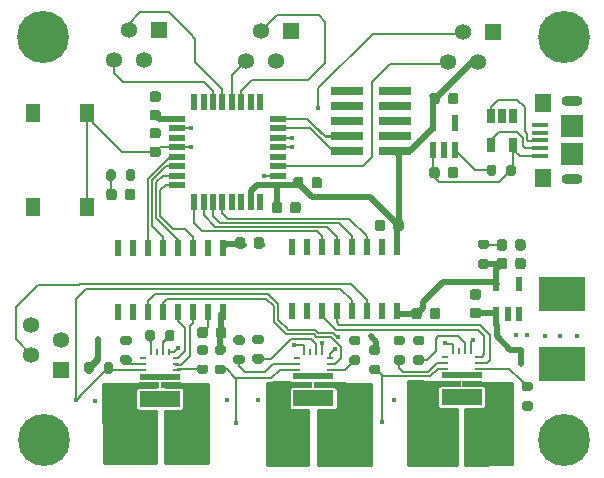
<source format=gtl>
G04 #@! TF.GenerationSoftware,KiCad,Pcbnew,5.99.0+really5.1.10+dfsg1-1*
G04 #@! TF.CreationDate,2021-12-28T19:21:21+02:00*
G04 #@! TF.ProjectId,components_main_board,636f6d70-6f6e-4656-9e74-735f6d61696e,V0.1*
G04 #@! TF.SameCoordinates,Original*
G04 #@! TF.FileFunction,Copper,L1,Top*
G04 #@! TF.FilePolarity,Positive*
%FSLAX46Y46*%
G04 Gerber Fmt 4.6, Leading zero omitted, Abs format (unit mm)*
G04 Created by KiCad (PCBNEW 5.99.0+really5.1.10+dfsg1-1) date 2021-12-28 19:21:21*
%MOMM*%
%LPD*%
G01*
G04 APERTURE LIST*
G04 #@! TA.AperFunction,ComponentPad*
%ADD10O,1.800000X0.900000*%
G04 #@! TD*
G04 #@! TA.AperFunction,SMDPad,CuDef*
%ADD11R,1.900000X1.900000*%
G04 #@! TD*
G04 #@! TA.AperFunction,SMDPad,CuDef*
%ADD12R,1.400000X1.600000*%
G04 #@! TD*
G04 #@! TA.AperFunction,SMDPad,CuDef*
%ADD13R,1.350000X0.400000*%
G04 #@! TD*
G04 #@! TA.AperFunction,SMDPad,CuDef*
%ADD14R,0.533400X1.461700*%
G04 #@! TD*
G04 #@! TA.AperFunction,SMDPad,CuDef*
%ADD15R,1.358900X0.500800*%
G04 #@! TD*
G04 #@! TA.AperFunction,SMDPad,CuDef*
%ADD16R,0.500800X1.358900*%
G04 #@! TD*
G04 #@! TA.AperFunction,ComponentPad*
%ADD17C,4.400000*%
G04 #@! TD*
G04 #@! TA.AperFunction,SMDPad,CuDef*
%ADD18R,0.700001X1.150000*%
G04 #@! TD*
G04 #@! TA.AperFunction,SMDPad,CuDef*
%ADD19R,2.790000X0.740000*%
G04 #@! TD*
G04 #@! TA.AperFunction,ComponentPad*
%ADD20C,1.358000*%
G04 #@! TD*
G04 #@! TA.AperFunction,ComponentPad*
%ADD21R,1.358000X1.358000*%
G04 #@! TD*
G04 #@! TA.AperFunction,SMDPad,CuDef*
%ADD22R,3.000000X4.000000*%
G04 #@! TD*
G04 #@! TA.AperFunction,SMDPad,CuDef*
%ADD23R,4.000000X3.000000*%
G04 #@! TD*
G04 #@! TA.AperFunction,SMDPad,CuDef*
%ADD24R,0.580000X1.420000*%
G04 #@! TD*
G04 #@! TA.AperFunction,SMDPad,CuDef*
%ADD25R,0.600000X1.250000*%
G04 #@! TD*
G04 #@! TA.AperFunction,SMDPad,CuDef*
%ADD26R,1.300000X1.550000*%
G04 #@! TD*
G04 #@! TA.AperFunction,SMDPad,CuDef*
%ADD27R,0.599999X0.249999*%
G04 #@! TD*
G04 #@! TA.AperFunction,SMDPad,CuDef*
%ADD28R,3.500001X0.499999*%
G04 #@! TD*
G04 #@! TA.AperFunction,SMDPad,CuDef*
%ADD29R,1.675000X0.499999*%
G04 #@! TD*
G04 #@! TA.AperFunction,SMDPad,CuDef*
%ADD30R,3.500001X1.400000*%
G04 #@! TD*
G04 #@! TA.AperFunction,SMDPad,CuDef*
%ADD31R,0.249999X0.599999*%
G04 #@! TD*
G04 #@! TA.AperFunction,ViaPad*
%ADD32C,0.450000*%
G04 #@! TD*
G04 #@! TA.AperFunction,Conductor*
%ADD33C,0.500000*%
G04 #@! TD*
G04 #@! TA.AperFunction,Conductor*
%ADD34C,0.200000*%
G04 #@! TD*
G04 #@! TA.AperFunction,Conductor*
%ADD35C,0.254000*%
G04 #@! TD*
G04 #@! TA.AperFunction,Conductor*
%ADD36C,0.100000*%
G04 #@! TD*
G04 APERTURE END LIST*
G04 #@! TA.AperFunction,SMDPad,CuDef*
G36*
G01*
X213625000Y-107150000D02*
X213625000Y-106650000D01*
G75*
G02*
X213850000Y-106425000I225000J0D01*
G01*
X214300000Y-106425000D01*
G75*
G02*
X214525000Y-106650000I0J-225000D01*
G01*
X214525000Y-107150000D01*
G75*
G02*
X214300000Y-107375000I-225000J0D01*
G01*
X213850000Y-107375000D01*
G75*
G02*
X213625000Y-107150000I0J225000D01*
G01*
G37*
G04 #@! TD.AperFunction*
G04 #@! TA.AperFunction,SMDPad,CuDef*
G36*
G01*
X212075000Y-107150000D02*
X212075000Y-106650000D01*
G75*
G02*
X212300000Y-106425000I225000J0D01*
G01*
X212750000Y-106425000D01*
G75*
G02*
X212975000Y-106650000I0J-225000D01*
G01*
X212975000Y-107150000D01*
G75*
G02*
X212750000Y-107375000I-225000J0D01*
G01*
X212300000Y-107375000D01*
G75*
G02*
X212075000Y-107150000I0J225000D01*
G01*
G37*
G04 #@! TD.AperFunction*
D10*
X237501200Y-97909000D03*
X237501200Y-104509000D03*
D11*
X237501200Y-100009000D03*
X237501200Y-102409000D03*
D12*
X235051200Y-98009000D03*
X235051200Y-104409000D03*
D13*
X234826200Y-99909000D03*
X234826200Y-100559000D03*
X234826200Y-101209000D03*
X234826200Y-101859000D03*
X234826200Y-102509000D03*
D14*
X207935600Y-110289048D03*
X206665600Y-110289048D03*
X205395600Y-110289048D03*
X204125600Y-110289048D03*
X202855600Y-110289048D03*
X201585600Y-110289048D03*
X200315600Y-110289048D03*
X199045600Y-110289048D03*
X199045600Y-115738552D03*
X200315600Y-115738552D03*
X201585600Y-115738552D03*
X202855600Y-115738552D03*
X204125600Y-115738552D03*
X205395600Y-115738552D03*
X206665600Y-115738552D03*
X207935600Y-115738552D03*
D15*
X204026450Y-99400001D03*
X204026450Y-100199999D03*
X204026450Y-101000000D03*
X204026450Y-101800001D03*
X204026450Y-102599999D03*
X204026450Y-103400000D03*
X204026450Y-104199999D03*
X204026450Y-104999999D03*
D16*
X205500001Y-106473550D03*
X206299999Y-106473550D03*
X207100000Y-106473550D03*
X207900001Y-106473550D03*
X208699999Y-106473550D03*
X209500000Y-106473550D03*
X210299999Y-106473550D03*
X211099999Y-106473550D03*
D15*
X212573550Y-104999999D03*
X212573550Y-104200001D03*
X212573550Y-103400000D03*
X212573550Y-102599999D03*
X212573550Y-101800001D03*
X212573550Y-101000000D03*
X212573550Y-100200001D03*
X212573550Y-99400001D03*
D16*
X211099999Y-97926450D03*
X210300001Y-97926450D03*
X209500000Y-97926450D03*
X208699999Y-97926450D03*
X207900001Y-97926450D03*
X207100000Y-97926450D03*
X206300001Y-97926450D03*
X205500001Y-97926450D03*
D17*
X192800000Y-126600000D03*
X236800000Y-126600000D03*
X236800000Y-92500000D03*
X192700000Y-92500000D03*
D18*
X232533001Y-99165001D03*
X231583001Y-99165001D03*
X230633002Y-99165001D03*
X230633002Y-101615001D03*
X232533001Y-101615001D03*
D19*
X218465000Y-100870000D03*
X222535000Y-100870000D03*
X218465000Y-102140000D03*
X222535000Y-102140000D03*
X218465000Y-97060000D03*
X222535000Y-97060000D03*
X218465000Y-98330000D03*
X222535000Y-98330000D03*
X218465000Y-99600000D03*
X222535000Y-99600000D03*
D20*
X191705000Y-116823800D03*
X194245000Y-118093800D03*
X191705000Y-119363800D03*
D21*
X194245000Y-120633800D03*
X202500000Y-91900000D03*
D20*
X201230000Y-94440000D03*
X199960000Y-91900000D03*
X198690000Y-94440000D03*
X209890000Y-94526000D03*
X211160000Y-91986000D03*
X212430000Y-94526000D03*
D21*
X213700000Y-91986000D03*
D20*
X226990000Y-94540000D03*
X228260000Y-92000000D03*
X229530000Y-94540000D03*
D21*
X230800000Y-92000000D03*
D22*
X219035400Y-126729800D03*
X213065400Y-126729800D03*
X205246000Y-126594800D03*
X199276000Y-126594800D03*
X230973400Y-126704400D03*
X225003400Y-126704400D03*
D23*
X236620200Y-120179400D03*
X236620200Y-114209400D03*
D24*
X225705400Y-99778400D03*
X227605400Y-99778400D03*
X227605400Y-102068400D03*
X226655400Y-102068400D03*
X225705400Y-102068400D03*
G04 #@! TA.AperFunction,SMDPad,CuDef*
G36*
G01*
X198932200Y-105545550D02*
X198932200Y-106058050D01*
G75*
G02*
X198713450Y-106276800I-218750J0D01*
G01*
X198275950Y-106276800D01*
G75*
G02*
X198057200Y-106058050I0J218750D01*
G01*
X198057200Y-105545550D01*
G75*
G02*
X198275950Y-105326800I218750J0D01*
G01*
X198713450Y-105326800D01*
G75*
G02*
X198932200Y-105545550I0J-218750D01*
G01*
G37*
G04 #@! TD.AperFunction*
G04 #@! TA.AperFunction,SMDPad,CuDef*
G36*
G01*
X200507200Y-105545550D02*
X200507200Y-106058050D01*
G75*
G02*
X200288450Y-106276800I-218750J0D01*
G01*
X199850950Y-106276800D01*
G75*
G02*
X199632200Y-106058050I0J218750D01*
G01*
X199632200Y-105545550D01*
G75*
G02*
X199850950Y-105326800I218750J0D01*
G01*
X200288450Y-105326800D01*
G75*
G02*
X200507200Y-105545550I0J-218750D01*
G01*
G37*
G04 #@! TD.AperFunction*
G04 #@! TA.AperFunction,SMDPad,CuDef*
G36*
G01*
X231995000Y-109811150D02*
X231995000Y-110323650D01*
G75*
G02*
X231776250Y-110542400I-218750J0D01*
G01*
X231338750Y-110542400D01*
G75*
G02*
X231120000Y-110323650I0J218750D01*
G01*
X231120000Y-109811150D01*
G75*
G02*
X231338750Y-109592400I218750J0D01*
G01*
X231776250Y-109592400D01*
G75*
G02*
X231995000Y-109811150I0J-218750D01*
G01*
G37*
G04 #@! TD.AperFunction*
G04 #@! TA.AperFunction,SMDPad,CuDef*
G36*
G01*
X233570000Y-109811150D02*
X233570000Y-110323650D01*
G75*
G02*
X233351250Y-110542400I-218750J0D01*
G01*
X232913750Y-110542400D01*
G75*
G02*
X232695000Y-110323650I0J218750D01*
G01*
X232695000Y-109811150D01*
G75*
G02*
X232913750Y-109592400I218750J0D01*
G01*
X233351250Y-109592400D01*
G75*
G02*
X233570000Y-109811150I0J-218750D01*
G01*
G37*
G04 #@! TD.AperFunction*
G04 #@! TA.AperFunction,SMDPad,CuDef*
G36*
G01*
X233441600Y-123307200D02*
X233991600Y-123307200D01*
G75*
G02*
X234191600Y-123507200I0J-200000D01*
G01*
X234191600Y-123907200D01*
G75*
G02*
X233991600Y-124107200I-200000J0D01*
G01*
X233441600Y-124107200D01*
G75*
G02*
X233241600Y-123907200I0J200000D01*
G01*
X233241600Y-123507200D01*
G75*
G02*
X233441600Y-123307200I200000J0D01*
G01*
G37*
G04 #@! TD.AperFunction*
G04 #@! TA.AperFunction,SMDPad,CuDef*
G36*
G01*
X233441600Y-121657200D02*
X233991600Y-121657200D01*
G75*
G02*
X234191600Y-121857200I0J-200000D01*
G01*
X234191600Y-122257200D01*
G75*
G02*
X233991600Y-122457200I-200000J0D01*
G01*
X233441600Y-122457200D01*
G75*
G02*
X233241600Y-122257200I0J200000D01*
G01*
X233241600Y-121857200D01*
G75*
G02*
X233441600Y-121657200I200000J0D01*
G01*
G37*
G04 #@! TD.AperFunction*
G04 #@! TA.AperFunction,SMDPad,CuDef*
G36*
G01*
X229733200Y-111266600D02*
X230283200Y-111266600D01*
G75*
G02*
X230483200Y-111466600I0J-200000D01*
G01*
X230483200Y-111866600D01*
G75*
G02*
X230283200Y-112066600I-200000J0D01*
G01*
X229733200Y-112066600D01*
G75*
G02*
X229533200Y-111866600I0J200000D01*
G01*
X229533200Y-111466600D01*
G75*
G02*
X229733200Y-111266600I200000J0D01*
G01*
G37*
G04 #@! TD.AperFunction*
G04 #@! TA.AperFunction,SMDPad,CuDef*
G36*
G01*
X229733200Y-109616600D02*
X230283200Y-109616600D01*
G75*
G02*
X230483200Y-109816600I0J-200000D01*
G01*
X230483200Y-110216600D01*
G75*
G02*
X230283200Y-110416600I-200000J0D01*
G01*
X229733200Y-110416600D01*
G75*
G02*
X229533200Y-110216600I0J200000D01*
G01*
X229533200Y-109816600D01*
G75*
G02*
X229733200Y-109616600I200000J0D01*
G01*
G37*
G04 #@! TD.AperFunction*
G04 #@! TA.AperFunction,SMDPad,CuDef*
G36*
G01*
X198857200Y-103875800D02*
X198857200Y-104425800D01*
G75*
G02*
X198657200Y-104625800I-200000J0D01*
G01*
X198257200Y-104625800D01*
G75*
G02*
X198057200Y-104425800I0J200000D01*
G01*
X198057200Y-103875800D01*
G75*
G02*
X198257200Y-103675800I200000J0D01*
G01*
X198657200Y-103675800D01*
G75*
G02*
X198857200Y-103875800I0J-200000D01*
G01*
G37*
G04 #@! TD.AperFunction*
G04 #@! TA.AperFunction,SMDPad,CuDef*
G36*
G01*
X200507200Y-103875800D02*
X200507200Y-104425800D01*
G75*
G02*
X200307200Y-104625800I-200000J0D01*
G01*
X199907200Y-104625800D01*
G75*
G02*
X199707200Y-104425800I0J200000D01*
G01*
X199707200Y-103875800D01*
G75*
G02*
X199907200Y-103675800I200000J0D01*
G01*
X200307200Y-103675800D01*
G75*
G02*
X200507200Y-103875800I0J-200000D01*
G01*
G37*
G04 #@! TD.AperFunction*
G04 #@! TA.AperFunction,SMDPad,CuDef*
G36*
G01*
X219386600Y-118571000D02*
X218836600Y-118571000D01*
G75*
G02*
X218636600Y-118371000I0J200000D01*
G01*
X218636600Y-117971000D01*
G75*
G02*
X218836600Y-117771000I200000J0D01*
G01*
X219386600Y-117771000D01*
G75*
G02*
X219586600Y-117971000I0J-200000D01*
G01*
X219586600Y-118371000D01*
G75*
G02*
X219386600Y-118571000I-200000J0D01*
G01*
G37*
G04 #@! TD.AperFunction*
G04 #@! TA.AperFunction,SMDPad,CuDef*
G36*
G01*
X219386600Y-120221000D02*
X218836600Y-120221000D01*
G75*
G02*
X218636600Y-120021000I0J200000D01*
G01*
X218636600Y-119621000D01*
G75*
G02*
X218836600Y-119421000I200000J0D01*
G01*
X219386600Y-119421000D01*
G75*
G02*
X219586600Y-119621000I0J-200000D01*
G01*
X219586600Y-120021000D01*
G75*
G02*
X219386600Y-120221000I-200000J0D01*
G01*
G37*
G04 #@! TD.AperFunction*
G04 #@! TA.AperFunction,SMDPad,CuDef*
G36*
G01*
X203026600Y-118013200D02*
X203026600Y-117463200D01*
G75*
G02*
X203226600Y-117263200I200000J0D01*
G01*
X203626600Y-117263200D01*
G75*
G02*
X203826600Y-117463200I0J-200000D01*
G01*
X203826600Y-118013200D01*
G75*
G02*
X203626600Y-118213200I-200000J0D01*
G01*
X203226600Y-118213200D01*
G75*
G02*
X203026600Y-118013200I0J200000D01*
G01*
G37*
G04 #@! TD.AperFunction*
G04 #@! TA.AperFunction,SMDPad,CuDef*
G36*
G01*
X201376600Y-118013200D02*
X201376600Y-117463200D01*
G75*
G02*
X201576600Y-117263200I200000J0D01*
G01*
X201976600Y-117263200D01*
G75*
G02*
X202176600Y-117463200I0J-200000D01*
G01*
X202176600Y-118013200D01*
G75*
G02*
X201976600Y-118213200I-200000J0D01*
G01*
X201576600Y-118213200D01*
G75*
G02*
X201376600Y-118013200I0J200000D01*
G01*
G37*
G04 #@! TD.AperFunction*
G04 #@! TA.AperFunction,SMDPad,CuDef*
G36*
G01*
X222595800Y-119394600D02*
X223145800Y-119394600D01*
G75*
G02*
X223345800Y-119594600I0J-200000D01*
G01*
X223345800Y-119994600D01*
G75*
G02*
X223145800Y-120194600I-200000J0D01*
G01*
X222595800Y-120194600D01*
G75*
G02*
X222395800Y-119994600I0J200000D01*
G01*
X222395800Y-119594600D01*
G75*
G02*
X222595800Y-119394600I200000J0D01*
G01*
G37*
G04 #@! TD.AperFunction*
G04 #@! TA.AperFunction,SMDPad,CuDef*
G36*
G01*
X222595800Y-117744600D02*
X223145800Y-117744600D01*
G75*
G02*
X223345800Y-117944600I0J-200000D01*
G01*
X223345800Y-118344600D01*
G75*
G02*
X223145800Y-118544600I-200000J0D01*
G01*
X222595800Y-118544600D01*
G75*
G02*
X222395800Y-118344600I0J200000D01*
G01*
X222395800Y-117944600D01*
G75*
G02*
X222595800Y-117744600I200000J0D01*
G01*
G37*
G04 #@! TD.AperFunction*
G04 #@! TA.AperFunction,SMDPad,CuDef*
G36*
G01*
X209032200Y-119370200D02*
X209582200Y-119370200D01*
G75*
G02*
X209782200Y-119570200I0J-200000D01*
G01*
X209782200Y-119970200D01*
G75*
G02*
X209582200Y-120170200I-200000J0D01*
G01*
X209032200Y-120170200D01*
G75*
G02*
X208832200Y-119970200I0J200000D01*
G01*
X208832200Y-119570200D01*
G75*
G02*
X209032200Y-119370200I200000J0D01*
G01*
G37*
G04 #@! TD.AperFunction*
G04 #@! TA.AperFunction,SMDPad,CuDef*
G36*
G01*
X209032200Y-117720200D02*
X209582200Y-117720200D01*
G75*
G02*
X209782200Y-117920200I0J-200000D01*
G01*
X209782200Y-118320200D01*
G75*
G02*
X209582200Y-118520200I-200000J0D01*
G01*
X209032200Y-118520200D01*
G75*
G02*
X208832200Y-118320200I0J200000D01*
G01*
X208832200Y-117920200D01*
G75*
G02*
X209032200Y-117720200I200000J0D01*
G01*
G37*
G04 #@! TD.AperFunction*
G04 #@! TA.AperFunction,SMDPad,CuDef*
G36*
G01*
X206475000Y-119350000D02*
X205925000Y-119350000D01*
G75*
G02*
X205725000Y-119150000I0J200000D01*
G01*
X205725000Y-118750000D01*
G75*
G02*
X205925000Y-118550000I200000J0D01*
G01*
X206475000Y-118550000D01*
G75*
G02*
X206675000Y-118750000I0J-200000D01*
G01*
X206675000Y-119150000D01*
G75*
G02*
X206475000Y-119350000I-200000J0D01*
G01*
G37*
G04 #@! TD.AperFunction*
G04 #@! TA.AperFunction,SMDPad,CuDef*
G36*
G01*
X206475000Y-121000000D02*
X205925000Y-121000000D01*
G75*
G02*
X205725000Y-120800000I0J200000D01*
G01*
X205725000Y-120400000D01*
G75*
G02*
X205925000Y-120200000I200000J0D01*
G01*
X206475000Y-120200000D01*
G75*
G02*
X206675000Y-120400000I0J-200000D01*
G01*
X206675000Y-120800000D01*
G75*
G02*
X206475000Y-121000000I-200000J0D01*
G01*
G37*
G04 #@! TD.AperFunction*
G04 #@! TA.AperFunction,SMDPad,CuDef*
G36*
G01*
X224246800Y-119394600D02*
X224796800Y-119394600D01*
G75*
G02*
X224996800Y-119594600I0J-200000D01*
G01*
X224996800Y-119994600D01*
G75*
G02*
X224796800Y-120194600I-200000J0D01*
G01*
X224246800Y-120194600D01*
G75*
G02*
X224046800Y-119994600I0J200000D01*
G01*
X224046800Y-119594600D01*
G75*
G02*
X224246800Y-119394600I200000J0D01*
G01*
G37*
G04 #@! TD.AperFunction*
G04 #@! TA.AperFunction,SMDPad,CuDef*
G36*
G01*
X224246800Y-117744600D02*
X224796800Y-117744600D01*
G75*
G02*
X224996800Y-117944600I0J-200000D01*
G01*
X224996800Y-118344600D01*
G75*
G02*
X224796800Y-118544600I-200000J0D01*
G01*
X224246800Y-118544600D01*
G75*
G02*
X224046800Y-118344600I0J200000D01*
G01*
X224046800Y-117944600D01*
G75*
G02*
X224246800Y-117744600I200000J0D01*
G01*
G37*
G04 #@! TD.AperFunction*
G04 #@! TA.AperFunction,SMDPad,CuDef*
G36*
G01*
X210632400Y-119319400D02*
X211182400Y-119319400D01*
G75*
G02*
X211382400Y-119519400I0J-200000D01*
G01*
X211382400Y-119919400D01*
G75*
G02*
X211182400Y-120119400I-200000J0D01*
G01*
X210632400Y-120119400D01*
G75*
G02*
X210432400Y-119919400I0J200000D01*
G01*
X210432400Y-119519400D01*
G75*
G02*
X210632400Y-119319400I200000J0D01*
G01*
G37*
G04 #@! TD.AperFunction*
G04 #@! TA.AperFunction,SMDPad,CuDef*
G36*
G01*
X210632400Y-117669400D02*
X211182400Y-117669400D01*
G75*
G02*
X211382400Y-117869400I0J-200000D01*
G01*
X211382400Y-118269400D01*
G75*
G02*
X211182400Y-118469400I-200000J0D01*
G01*
X210632400Y-118469400D01*
G75*
G02*
X210432400Y-118269400I0J200000D01*
G01*
X210432400Y-117869400D01*
G75*
G02*
X210632400Y-117669400I200000J0D01*
G01*
G37*
G04 #@! TD.AperFunction*
G04 #@! TA.AperFunction,SMDPad,CuDef*
G36*
G01*
X199456400Y-119407800D02*
X200006400Y-119407800D01*
G75*
G02*
X200206400Y-119607800I0J-200000D01*
G01*
X200206400Y-120007800D01*
G75*
G02*
X200006400Y-120207800I-200000J0D01*
G01*
X199456400Y-120207800D01*
G75*
G02*
X199256400Y-120007800I0J200000D01*
G01*
X199256400Y-119607800D01*
G75*
G02*
X199456400Y-119407800I200000J0D01*
G01*
G37*
G04 #@! TD.AperFunction*
G04 #@! TA.AperFunction,SMDPad,CuDef*
G36*
G01*
X199456400Y-117757800D02*
X200006400Y-117757800D01*
G75*
G02*
X200206400Y-117957800I0J-200000D01*
G01*
X200206400Y-118357800D01*
G75*
G02*
X200006400Y-118557800I-200000J0D01*
G01*
X199456400Y-118557800D01*
G75*
G02*
X199256400Y-118357800I0J200000D01*
G01*
X199256400Y-117957800D01*
G75*
G02*
X199456400Y-117757800I200000J0D01*
G01*
G37*
G04 #@! TD.AperFunction*
G04 #@! TA.AperFunction,SMDPad,CuDef*
G36*
G01*
X207432000Y-120200000D02*
X207982000Y-120200000D01*
G75*
G02*
X208182000Y-120400000I0J-200000D01*
G01*
X208182000Y-120800000D01*
G75*
G02*
X207982000Y-121000000I-200000J0D01*
G01*
X207432000Y-121000000D01*
G75*
G02*
X207232000Y-120800000I0J200000D01*
G01*
X207232000Y-120400000D01*
G75*
G02*
X207432000Y-120200000I200000J0D01*
G01*
G37*
G04 #@! TD.AperFunction*
G04 #@! TA.AperFunction,SMDPad,CuDef*
G36*
G01*
X207432000Y-118550000D02*
X207982000Y-118550000D01*
G75*
G02*
X208182000Y-118750000I0J-200000D01*
G01*
X208182000Y-119150000D01*
G75*
G02*
X207982000Y-119350000I-200000J0D01*
G01*
X207432000Y-119350000D01*
G75*
G02*
X207232000Y-119150000I0J200000D01*
G01*
X207232000Y-118750000D01*
G75*
G02*
X207432000Y-118550000I200000J0D01*
G01*
G37*
G04 #@! TD.AperFunction*
G04 #@! TA.AperFunction,SMDPad,CuDef*
G36*
G01*
X220513000Y-120220600D02*
X221063000Y-120220600D01*
G75*
G02*
X221263000Y-120420600I0J-200000D01*
G01*
X221263000Y-120820600D01*
G75*
G02*
X221063000Y-121020600I-200000J0D01*
G01*
X220513000Y-121020600D01*
G75*
G02*
X220313000Y-120820600I0J200000D01*
G01*
X220313000Y-120420600D01*
G75*
G02*
X220513000Y-120220600I200000J0D01*
G01*
G37*
G04 #@! TD.AperFunction*
G04 #@! TA.AperFunction,SMDPad,CuDef*
G36*
G01*
X220513000Y-118570600D02*
X221063000Y-118570600D01*
G75*
G02*
X221263000Y-118770600I0J-200000D01*
G01*
X221263000Y-119170600D01*
G75*
G02*
X221063000Y-119370600I-200000J0D01*
G01*
X220513000Y-119370600D01*
G75*
G02*
X220313000Y-119170600I0J200000D01*
G01*
X220313000Y-118770600D01*
G75*
G02*
X220513000Y-118570600I200000J0D01*
G01*
G37*
G04 #@! TD.AperFunction*
G04 #@! TA.AperFunction,SMDPad,CuDef*
G36*
G01*
X196995000Y-120206400D02*
X196995000Y-120756400D01*
G75*
G02*
X196795000Y-120956400I-200000J0D01*
G01*
X196395000Y-120956400D01*
G75*
G02*
X196195000Y-120756400I0J200000D01*
G01*
X196195000Y-120206400D01*
G75*
G02*
X196395000Y-120006400I200000J0D01*
G01*
X196795000Y-120006400D01*
G75*
G02*
X196995000Y-120206400I0J-200000D01*
G01*
G37*
G04 #@! TD.AperFunction*
G04 #@! TA.AperFunction,SMDPad,CuDef*
G36*
G01*
X198645000Y-120206400D02*
X198645000Y-120756400D01*
G75*
G02*
X198445000Y-120956400I-200000J0D01*
G01*
X198045000Y-120956400D01*
G75*
G02*
X197845000Y-120756400I0J200000D01*
G01*
X197845000Y-120206400D01*
G75*
G02*
X198045000Y-120006400I200000J0D01*
G01*
X198445000Y-120006400D01*
G75*
G02*
X198645000Y-120206400I0J-200000D01*
G01*
G37*
G04 #@! TD.AperFunction*
G04 #@! TA.AperFunction,SMDPad,CuDef*
G36*
G01*
X231931800Y-104017800D02*
X231931800Y-103467800D01*
G75*
G02*
X232131800Y-103267800I200000J0D01*
G01*
X232531800Y-103267800D01*
G75*
G02*
X232731800Y-103467800I0J-200000D01*
G01*
X232731800Y-104017800D01*
G75*
G02*
X232531800Y-104217800I-200000J0D01*
G01*
X232131800Y-104217800D01*
G75*
G02*
X231931800Y-104017800I0J200000D01*
G01*
G37*
G04 #@! TD.AperFunction*
G04 #@! TA.AperFunction,SMDPad,CuDef*
G36*
G01*
X230281800Y-104017800D02*
X230281800Y-103467800D01*
G75*
G02*
X230481800Y-103267800I200000J0D01*
G01*
X230881800Y-103267800D01*
G75*
G02*
X231081800Y-103467800I0J-200000D01*
G01*
X231081800Y-104017800D01*
G75*
G02*
X230881800Y-104217800I-200000J0D01*
G01*
X230481800Y-104217800D01*
G75*
G02*
X230281800Y-104017800I0J200000D01*
G01*
G37*
G04 #@! TD.AperFunction*
G04 #@! TA.AperFunction,SMDPad,CuDef*
G36*
G01*
X229578650Y-114695800D02*
X229066150Y-114695800D01*
G75*
G02*
X228847400Y-114477050I0J218750D01*
G01*
X228847400Y-114039550D01*
G75*
G02*
X229066150Y-113820800I218750J0D01*
G01*
X229578650Y-113820800D01*
G75*
G02*
X229797400Y-114039550I0J-218750D01*
G01*
X229797400Y-114477050D01*
G75*
G02*
X229578650Y-114695800I-218750J0D01*
G01*
G37*
G04 #@! TD.AperFunction*
G04 #@! TA.AperFunction,SMDPad,CuDef*
G36*
G01*
X229578650Y-116270800D02*
X229066150Y-116270800D01*
G75*
G02*
X228847400Y-116052050I0J218750D01*
G01*
X228847400Y-115614550D01*
G75*
G02*
X229066150Y-115395800I218750J0D01*
G01*
X229578650Y-115395800D01*
G75*
G02*
X229797400Y-115614550I0J-218750D01*
G01*
X229797400Y-116052050D01*
G75*
G02*
X229578650Y-116270800I-218750J0D01*
G01*
G37*
G04 #@! TD.AperFunction*
D14*
X222642200Y-115687752D03*
X221372200Y-115687752D03*
X220102200Y-115687752D03*
X218832200Y-115687752D03*
X217562200Y-115687752D03*
X216292200Y-115687752D03*
X215022200Y-115687752D03*
X213752200Y-115687752D03*
X213752200Y-110238248D03*
X215022200Y-110238248D03*
X216292200Y-110238248D03*
X217562200Y-110238248D03*
X218832200Y-110238248D03*
X220102200Y-110238248D03*
X221372200Y-110238248D03*
X222642200Y-110238248D03*
G04 #@! TA.AperFunction,SMDPad,CuDef*
G36*
G01*
X206650000Y-117243750D02*
X206650000Y-117756250D01*
G75*
G02*
X206431250Y-117975000I-218750J0D01*
G01*
X205993750Y-117975000D01*
G75*
G02*
X205775000Y-117756250I0J218750D01*
G01*
X205775000Y-117243750D01*
G75*
G02*
X205993750Y-117025000I218750J0D01*
G01*
X206431250Y-117025000D01*
G75*
G02*
X206650000Y-117243750I0J-218750D01*
G01*
G37*
G04 #@! TD.AperFunction*
G04 #@! TA.AperFunction,SMDPad,CuDef*
G36*
G01*
X208225000Y-117243750D02*
X208225000Y-117756250D01*
G75*
G02*
X208006250Y-117975000I-218750J0D01*
G01*
X207568750Y-117975000D01*
G75*
G02*
X207350000Y-117756250I0J218750D01*
G01*
X207350000Y-117243750D01*
G75*
G02*
X207568750Y-117025000I218750J0D01*
G01*
X208006250Y-117025000D01*
G75*
G02*
X208225000Y-117243750I0J-218750D01*
G01*
G37*
G04 #@! TD.AperFunction*
G04 #@! TA.AperFunction,SMDPad,CuDef*
G36*
G01*
X225456000Y-116140250D02*
X225456000Y-115627750D01*
G75*
G02*
X225674750Y-115409000I218750J0D01*
G01*
X226112250Y-115409000D01*
G75*
G02*
X226331000Y-115627750I0J-218750D01*
G01*
X226331000Y-116140250D01*
G75*
G02*
X226112250Y-116359000I-218750J0D01*
G01*
X225674750Y-116359000D01*
G75*
G02*
X225456000Y-116140250I0J218750D01*
G01*
G37*
G04 #@! TD.AperFunction*
G04 #@! TA.AperFunction,SMDPad,CuDef*
G36*
G01*
X223881000Y-116140250D02*
X223881000Y-115627750D01*
G75*
G02*
X224099750Y-115409000I218750J0D01*
G01*
X224537250Y-115409000D01*
G75*
G02*
X224756000Y-115627750I0J-218750D01*
G01*
X224756000Y-116140250D01*
G75*
G02*
X224537250Y-116359000I-218750J0D01*
G01*
X224099750Y-116359000D01*
G75*
G02*
X223881000Y-116140250I0J218750D01*
G01*
G37*
G04 #@! TD.AperFunction*
G04 #@! TA.AperFunction,SMDPad,CuDef*
G36*
G01*
X232695000Y-111898450D02*
X232695000Y-111385950D01*
G75*
G02*
X232913750Y-111167200I218750J0D01*
G01*
X233351250Y-111167200D01*
G75*
G02*
X233570000Y-111385950I0J-218750D01*
G01*
X233570000Y-111898450D01*
G75*
G02*
X233351250Y-112117200I-218750J0D01*
G01*
X232913750Y-112117200D01*
G75*
G02*
X232695000Y-111898450I0J218750D01*
G01*
G37*
G04 #@! TD.AperFunction*
G04 #@! TA.AperFunction,SMDPad,CuDef*
G36*
G01*
X231120000Y-111898450D02*
X231120000Y-111385950D01*
G75*
G02*
X231338750Y-111167200I218750J0D01*
G01*
X231776250Y-111167200D01*
G75*
G02*
X231995000Y-111385950I0J-218750D01*
G01*
X231995000Y-111898450D01*
G75*
G02*
X231776250Y-112117200I-218750J0D01*
G01*
X231338750Y-112117200D01*
G75*
G02*
X231120000Y-111898450I0J218750D01*
G01*
G37*
G04 #@! TD.AperFunction*
G04 #@! TA.AperFunction,SMDPad,CuDef*
G36*
G01*
X225430400Y-97928450D02*
X225430400Y-97415950D01*
G75*
G02*
X225649150Y-97197200I218750J0D01*
G01*
X226086650Y-97197200D01*
G75*
G02*
X226305400Y-97415950I0J-218750D01*
G01*
X226305400Y-97928450D01*
G75*
G02*
X226086650Y-98147200I-218750J0D01*
G01*
X225649150Y-98147200D01*
G75*
G02*
X225430400Y-97928450I0J218750D01*
G01*
G37*
G04 #@! TD.AperFunction*
G04 #@! TA.AperFunction,SMDPad,CuDef*
G36*
G01*
X227005400Y-97928450D02*
X227005400Y-97415950D01*
G75*
G02*
X227224150Y-97197200I218750J0D01*
G01*
X227661650Y-97197200D01*
G75*
G02*
X227880400Y-97415950I0J-218750D01*
G01*
X227880400Y-97928450D01*
G75*
G02*
X227661650Y-98147200I-218750J0D01*
G01*
X227224150Y-98147200D01*
G75*
G02*
X227005400Y-97928450I0J218750D01*
G01*
G37*
G04 #@! TD.AperFunction*
G04 #@! TA.AperFunction,SMDPad,CuDef*
G36*
G01*
X213875000Y-105056250D02*
X213875000Y-104543750D01*
G75*
G02*
X214093750Y-104325000I218750J0D01*
G01*
X214531250Y-104325000D01*
G75*
G02*
X214750000Y-104543750I0J-218750D01*
G01*
X214750000Y-105056250D01*
G75*
G02*
X214531250Y-105275000I-218750J0D01*
G01*
X214093750Y-105275000D01*
G75*
G02*
X213875000Y-105056250I0J218750D01*
G01*
G37*
G04 #@! TD.AperFunction*
G04 #@! TA.AperFunction,SMDPad,CuDef*
G36*
G01*
X215450000Y-105056250D02*
X215450000Y-104543750D01*
G75*
G02*
X215668750Y-104325000I218750J0D01*
G01*
X216106250Y-104325000D01*
G75*
G02*
X216325000Y-104543750I0J-218750D01*
G01*
X216325000Y-105056250D01*
G75*
G02*
X216106250Y-105275000I-218750J0D01*
G01*
X215668750Y-105275000D01*
G75*
G02*
X215450000Y-105056250I0J218750D01*
G01*
G37*
G04 #@! TD.AperFunction*
G04 #@! TA.AperFunction,SMDPad,CuDef*
G36*
G01*
X201943750Y-98650000D02*
X202456250Y-98650000D01*
G75*
G02*
X202675000Y-98868750I0J-218750D01*
G01*
X202675000Y-99306250D01*
G75*
G02*
X202456250Y-99525000I-218750J0D01*
G01*
X201943750Y-99525000D01*
G75*
G02*
X201725000Y-99306250I0J218750D01*
G01*
X201725000Y-98868750D01*
G75*
G02*
X201943750Y-98650000I218750J0D01*
G01*
G37*
G04 #@! TD.AperFunction*
G04 #@! TA.AperFunction,SMDPad,CuDef*
G36*
G01*
X201943750Y-97075000D02*
X202456250Y-97075000D01*
G75*
G02*
X202675000Y-97293750I0J-218750D01*
G01*
X202675000Y-97731250D01*
G75*
G02*
X202456250Y-97950000I-218750J0D01*
G01*
X201943750Y-97950000D01*
G75*
G02*
X201725000Y-97731250I0J218750D01*
G01*
X201725000Y-97293750D01*
G75*
G02*
X201943750Y-97075000I218750J0D01*
G01*
G37*
G04 #@! TD.AperFunction*
G04 #@! TA.AperFunction,SMDPad,CuDef*
G36*
G01*
X211425000Y-109643750D02*
X211425000Y-110156250D01*
G75*
G02*
X211206250Y-110375000I-218750J0D01*
G01*
X210768750Y-110375000D01*
G75*
G02*
X210550000Y-110156250I0J218750D01*
G01*
X210550000Y-109643750D01*
G75*
G02*
X210768750Y-109425000I218750J0D01*
G01*
X211206250Y-109425000D01*
G75*
G02*
X211425000Y-109643750I0J-218750D01*
G01*
G37*
G04 #@! TD.AperFunction*
G04 #@! TA.AperFunction,SMDPad,CuDef*
G36*
G01*
X209850000Y-109643750D02*
X209850000Y-110156250D01*
G75*
G02*
X209631250Y-110375000I-218750J0D01*
G01*
X209193750Y-110375000D01*
G75*
G02*
X208975000Y-110156250I0J218750D01*
G01*
X208975000Y-109643750D01*
G75*
G02*
X209193750Y-109425000I218750J0D01*
G01*
X209631250Y-109425000D01*
G75*
G02*
X209850000Y-109643750I0J-218750D01*
G01*
G37*
G04 #@! TD.AperFunction*
D25*
X231090200Y-115914800D03*
X232040200Y-115914800D03*
X232990200Y-115914800D03*
X232990200Y-113414800D03*
X231090200Y-113414800D03*
G04 #@! TA.AperFunction,SMDPad,CuDef*
G36*
G01*
X225405000Y-104202250D02*
X225405000Y-103689750D01*
G75*
G02*
X225623750Y-103471000I218750J0D01*
G01*
X226061250Y-103471000D01*
G75*
G02*
X226280000Y-103689750I0J-218750D01*
G01*
X226280000Y-104202250D01*
G75*
G02*
X226061250Y-104421000I-218750J0D01*
G01*
X225623750Y-104421000D01*
G75*
G02*
X225405000Y-104202250I0J218750D01*
G01*
G37*
G04 #@! TD.AperFunction*
G04 #@! TA.AperFunction,SMDPad,CuDef*
G36*
G01*
X226980000Y-104202250D02*
X226980000Y-103689750D01*
G75*
G02*
X227198750Y-103471000I218750J0D01*
G01*
X227636250Y-103471000D01*
G75*
G02*
X227855000Y-103689750I0J-218750D01*
G01*
X227855000Y-104202250D01*
G75*
G02*
X227636250Y-104421000I-218750J0D01*
G01*
X227198750Y-104421000D01*
G75*
G02*
X226980000Y-104202250I0J218750D01*
G01*
G37*
G04 #@! TD.AperFunction*
D26*
X191893400Y-98904200D03*
X196393400Y-98904200D03*
X196393400Y-106854200D03*
X191893400Y-106854200D03*
G04 #@! TA.AperFunction,SMDPad,CuDef*
G36*
G01*
X220782200Y-108672650D02*
X220782200Y-108160150D01*
G75*
G02*
X221000950Y-107941400I218750J0D01*
G01*
X221438450Y-107941400D01*
G75*
G02*
X221657200Y-108160150I0J-218750D01*
G01*
X221657200Y-108672650D01*
G75*
G02*
X221438450Y-108891400I-218750J0D01*
G01*
X221000950Y-108891400D01*
G75*
G02*
X220782200Y-108672650I0J218750D01*
G01*
G37*
G04 #@! TD.AperFunction*
G04 #@! TA.AperFunction,SMDPad,CuDef*
G36*
G01*
X222357200Y-108672650D02*
X222357200Y-108160150D01*
G75*
G02*
X222575950Y-107941400I218750J0D01*
G01*
X223013450Y-107941400D01*
G75*
G02*
X223232200Y-108160150I0J-218750D01*
G01*
X223232200Y-108672650D01*
G75*
G02*
X223013450Y-108891400I-218750J0D01*
G01*
X222575950Y-108891400D01*
G75*
G02*
X222357200Y-108672650I0J218750D01*
G01*
G37*
G04 #@! TD.AperFunction*
G04 #@! TA.AperFunction,SMDPad,CuDef*
G36*
G01*
X202456250Y-102625000D02*
X201943750Y-102625000D01*
G75*
G02*
X201725000Y-102406250I0J218750D01*
G01*
X201725000Y-101968750D01*
G75*
G02*
X201943750Y-101750000I218750J0D01*
G01*
X202456250Y-101750000D01*
G75*
G02*
X202675000Y-101968750I0J-218750D01*
G01*
X202675000Y-102406250D01*
G75*
G02*
X202456250Y-102625000I-218750J0D01*
G01*
G37*
G04 #@! TD.AperFunction*
G04 #@! TA.AperFunction,SMDPad,CuDef*
G36*
G01*
X202456250Y-101050000D02*
X201943750Y-101050000D01*
G75*
G02*
X201725000Y-100831250I0J218750D01*
G01*
X201725000Y-100393750D01*
G75*
G02*
X201943750Y-100175000I218750J0D01*
G01*
X202456250Y-100175000D01*
G75*
G02*
X202675000Y-100393750I0J-218750D01*
G01*
X202675000Y-100831250D01*
G75*
G02*
X202456250Y-101050000I-218750J0D01*
G01*
G37*
G04 #@! TD.AperFunction*
D27*
X214182900Y-119628798D03*
X214182900Y-120128800D03*
X214182900Y-120628799D03*
D28*
X215582900Y-121203799D03*
D29*
X214670400Y-121903800D03*
D30*
X215582900Y-123053798D03*
D29*
X216495400Y-121903800D03*
D27*
X216982900Y-120628799D03*
X216982900Y-120128800D03*
X216982900Y-119628798D03*
D31*
X216332901Y-119103798D03*
X215832900Y-119103798D03*
X215332900Y-119103798D03*
X214832899Y-119103798D03*
X201851599Y-119147600D03*
X202351600Y-119147600D03*
X202851600Y-119147600D03*
X203351601Y-119147600D03*
D27*
X204001600Y-119672600D03*
X204001600Y-120172602D03*
X204001600Y-120672601D03*
D29*
X203514100Y-121947602D03*
D30*
X202601600Y-123097600D03*
D29*
X201689100Y-121947602D03*
D28*
X202601600Y-121247601D03*
D27*
X201201600Y-120672601D03*
X201201600Y-120172602D03*
X201201600Y-119672600D03*
X226754000Y-119542199D03*
X226754000Y-120042201D03*
X226754000Y-120542200D03*
D28*
X228154000Y-121117200D03*
D29*
X227241500Y-121817201D03*
D30*
X228154000Y-122967199D03*
D29*
X229066500Y-121817201D03*
D27*
X229554000Y-120542200D03*
X229554000Y-120042201D03*
X229554000Y-119542199D03*
D31*
X228904001Y-119017199D03*
X228404000Y-119017199D03*
X227904000Y-119017199D03*
X227403999Y-119017199D03*
D32*
X214300000Y-104900000D03*
X202200000Y-99200000D03*
X209400000Y-110000000D03*
X222820050Y-108441750D03*
X214100000Y-106900000D03*
X205500000Y-97900000D03*
X211100000Y-106500000D03*
X202000000Y-100700000D03*
X215900000Y-104800000D03*
X200120400Y-105827200D03*
X222540600Y-100900000D03*
X222500000Y-99600000D03*
X222500000Y-97100000D03*
X227493600Y-97646800D03*
X227493600Y-103920600D03*
X226655400Y-102066400D03*
X211339200Y-110067400D03*
X209500000Y-106500000D03*
X206691000Y-110270600D03*
X199045600Y-110270600D03*
X191857400Y-98815200D03*
X191857400Y-106790800D03*
X234834200Y-99907400D03*
X235012000Y-98027800D03*
X237501200Y-99577200D03*
X237501200Y-100567800D03*
X237475800Y-102091800D03*
X237501200Y-102980800D03*
X235012000Y-104733400D03*
X202200000Y-97500000D03*
X231532200Y-99170800D03*
X221245200Y-108441800D03*
X213777600Y-110219800D03*
X221346800Y-110194400D03*
X216622400Y-121218000D03*
X215479400Y-121218000D03*
X214336400Y-121218000D03*
X201327399Y-121247601D03*
X202601600Y-121247601D03*
X203740399Y-121247601D03*
X233183200Y-120176600D03*
X233183200Y-118957400D03*
X226781600Y-121117200D03*
X228154000Y-121117200D03*
X229651800Y-121117200D03*
X197100000Y-123300000D03*
X222400000Y-123200000D03*
X210900000Y-123200000D03*
X208300000Y-123200000D03*
X233208600Y-110118200D03*
X222870800Y-118144600D03*
X224547200Y-118144600D03*
X206200000Y-117500000D03*
X199071000Y-115706200D03*
X232776800Y-117687400D03*
X233665800Y-117687400D03*
X219111600Y-118170000D03*
X233132400Y-111642200D03*
X229322400Y-114258400D03*
X232040200Y-115960200D03*
X235316800Y-114233000D03*
X238161600Y-114029800D03*
X236637600Y-114182200D03*
X235113600Y-115096600D03*
X236586800Y-115071200D03*
X238110800Y-114995000D03*
X238187000Y-113140800D03*
X236688400Y-113217000D03*
X235443800Y-113318600D03*
X233665800Y-123681800D03*
X225918800Y-115934800D03*
X206200000Y-118900000D03*
X209281800Y-118170000D03*
X210856600Y-118170000D03*
X203084200Y-123326200D03*
X201941200Y-123377000D03*
X201382400Y-122869000D03*
X202525400Y-122996000D03*
X203719200Y-122818200D03*
X216190600Y-123250000D03*
X214895200Y-123275400D03*
X214336400Y-122767400D03*
X215530200Y-122894400D03*
X216774800Y-122716600D03*
X226731600Y-122894400D03*
X229576400Y-122945200D03*
X213752200Y-115680800D03*
X221372200Y-115630000D03*
X201788800Y-117738200D03*
X204151000Y-118830400D03*
X213955400Y-118551000D03*
X216343000Y-118373200D03*
X229144600Y-118093800D03*
X226706200Y-118398600D03*
X199756800Y-118195400D03*
X228103200Y-122843600D03*
X207800000Y-117500000D03*
X220457800Y-117814400D03*
X222616800Y-115630000D03*
X197400000Y-118000000D03*
X217700000Y-97200000D03*
X219000000Y-97200000D03*
X205200000Y-101800000D03*
X216012800Y-98459600D03*
X211400000Y-104200000D03*
X213800000Y-101800000D03*
X230633002Y-101615001D03*
X213800000Y-101000000D03*
X230633002Y-99165001D03*
X217714600Y-117865200D03*
X217435200Y-118881200D03*
X238034600Y-119389200D03*
X235316800Y-119389200D03*
X235266000Y-121319600D03*
X238110800Y-121319600D03*
X236612200Y-121319600D03*
X236561400Y-119389200D03*
X236485200Y-117763600D03*
X237882200Y-117814400D03*
X235215200Y-117763600D03*
X195540400Y-123224600D03*
X209078600Y-125129600D03*
X221372200Y-125100000D03*
X205200000Y-100200000D03*
X200171200Y-104074600D03*
D33*
X222947000Y-108568700D02*
X222820050Y-108441750D01*
X222642200Y-108568900D02*
X222794700Y-108416400D01*
X225705400Y-99778400D02*
X225705400Y-100171600D01*
X225639400Y-97443700D02*
X225867900Y-97672200D01*
X209688100Y-110067400D02*
X209688100Y-110067400D01*
X222820050Y-108441750D02*
X222794700Y-108416400D01*
X222543600Y-108165300D02*
X222820050Y-108441750D01*
X222642200Y-110238248D02*
X222642200Y-108568900D01*
X221143700Y-106765400D02*
X221067400Y-106765400D01*
X222820050Y-108441750D02*
X221143700Y-106765400D01*
X225705400Y-97834700D02*
X225867900Y-97672200D01*
X225705400Y-99778400D02*
X225705400Y-97834700D01*
X229000100Y-94540000D02*
X229530000Y-94540000D01*
X225867900Y-97672200D02*
X229000100Y-94540000D01*
X202512501Y-99400001D02*
X202200000Y-99087500D01*
X204026450Y-99400001D02*
X202512501Y-99400001D01*
X208224648Y-110000000D02*
X207935600Y-110289048D01*
X209400000Y-110000000D02*
X208224648Y-110000000D01*
X214112501Y-104999999D02*
X214312500Y-104800000D01*
X212573550Y-104999999D02*
X214112501Y-104999999D01*
X210299999Y-105533698D02*
X210299999Y-106473550D01*
X210833698Y-104999999D02*
X210299999Y-105533698D01*
X212573550Y-104999999D02*
X210833698Y-104999999D01*
X225705400Y-100198400D02*
X225705400Y-99778400D01*
X223763800Y-102140000D02*
X225705400Y-100198400D01*
X222535000Y-102140000D02*
X223763800Y-102140000D01*
X222820050Y-102425050D02*
X222535000Y-102140000D01*
X222820050Y-108441750D02*
X222820050Y-102425050D01*
X220372050Y-105993750D02*
X215506250Y-105993750D01*
X222820050Y-108441750D02*
X220372050Y-105993750D01*
X215506250Y-105993750D02*
X214312500Y-104800000D01*
X212525000Y-105048549D02*
X212573550Y-104999999D01*
X212525000Y-106900000D02*
X212525000Y-105048549D01*
D34*
X202601600Y-121247601D02*
X202601600Y-121247601D01*
X202601600Y-121247601D02*
X203740399Y-121247601D01*
X202601600Y-121247601D02*
X201327399Y-121247601D01*
D33*
X228154000Y-121117200D02*
X228154000Y-121117200D01*
X228154000Y-121117200D02*
X229651800Y-121117200D01*
X231008700Y-115833300D02*
X231090200Y-115914800D01*
X229119200Y-115833300D02*
X231008700Y-115833300D01*
X233183200Y-118957400D02*
X233183200Y-120176600D01*
X233183200Y-118957400D02*
X232268800Y-118957400D01*
X232268800Y-118957400D02*
X231110620Y-117799220D01*
X231090200Y-115914800D02*
X231090200Y-116864400D01*
X231110620Y-116884820D02*
X231090200Y-116864400D01*
X231110620Y-117799220D02*
X231110620Y-116884820D01*
X228154000Y-121117200D02*
X226781600Y-121117200D01*
D34*
X227403999Y-119017199D02*
X227403999Y-118461399D01*
X228904001Y-118970801D02*
X228916000Y-118958802D01*
X228904001Y-119017199D02*
X228904001Y-118970801D01*
X228916000Y-118322400D02*
X229144600Y-118093800D01*
X228916000Y-118958802D02*
X228916000Y-118322400D01*
X214768200Y-118551000D02*
X213955400Y-118551000D01*
X214832899Y-118615699D02*
X214768200Y-118551000D01*
X214832899Y-119103798D02*
X214832899Y-118615699D01*
X226768999Y-118461399D02*
X226706200Y-118398600D01*
X227403999Y-118461399D02*
X226768999Y-118461399D01*
X199731400Y-118220800D02*
X199756800Y-118195400D01*
X203833800Y-119147600D02*
X204151000Y-118830400D01*
X203351601Y-119147600D02*
X203833800Y-119147600D01*
X201776600Y-117814400D02*
X201776600Y-118207600D01*
X199756800Y-118195400D02*
X199756800Y-118195400D01*
X201851599Y-117800999D02*
X201788800Y-117738200D01*
X201851599Y-119147600D02*
X201851599Y-117800999D01*
X216332901Y-118383299D02*
X216343000Y-118373200D01*
X216332901Y-119103798D02*
X216332901Y-118383299D01*
X206665600Y-117034400D02*
X206200000Y-117500000D01*
X206665600Y-115738552D02*
X206665600Y-117034400D01*
D33*
X231044800Y-113369400D02*
X231090200Y-113414800D01*
X231090200Y-113414800D02*
X231156600Y-113414800D01*
X196595000Y-120481400D02*
X196683400Y-120481400D01*
X196683400Y-120481400D02*
X197369200Y-119795600D01*
X230032600Y-111642200D02*
X230008200Y-111666600D01*
X231557500Y-111642200D02*
X230032600Y-111642200D01*
X231090200Y-113414800D02*
X230942600Y-113414800D01*
X230867000Y-113191600D02*
X231090200Y-113414800D01*
X228890600Y-113191600D02*
X230867000Y-113191600D01*
X229017600Y-113191600D02*
X228890600Y-113191600D01*
X228890600Y-113191600D02*
X228230200Y-113191600D01*
X207707000Y-118157800D02*
X207707000Y-118157800D01*
X220915000Y-118271600D02*
X220457800Y-117814400D01*
X220915000Y-118970600D02*
X220915000Y-118271600D01*
X224318500Y-115884000D02*
X224394800Y-115884000D01*
X224394800Y-115884000D02*
X224877400Y-115401400D01*
X224877400Y-115401400D02*
X224877400Y-114868000D01*
X224877400Y-114868000D02*
X225360000Y-114385400D01*
X226553800Y-113191600D02*
X228230200Y-113191600D01*
X225360000Y-114385400D02*
X226553800Y-113191600D01*
X222838448Y-115884000D02*
X222642200Y-115687752D01*
X224318500Y-115884000D02*
X222838448Y-115884000D01*
X207707000Y-117580500D02*
X207787500Y-117500000D01*
X207707000Y-118950000D02*
X207707000Y-117580500D01*
X207787500Y-117500000D02*
X207787500Y-115886652D01*
X197400000Y-119676400D02*
X196595000Y-120481400D01*
X197400000Y-118000000D02*
X197400000Y-119676400D01*
X231090200Y-112109500D02*
X231557500Y-111642200D01*
X231090200Y-113414800D02*
X231090200Y-112109500D01*
D34*
X196393400Y-106854200D02*
X196393400Y-98904200D01*
X196393400Y-98904200D02*
X196393400Y-99160200D01*
X196393400Y-99160200D02*
X197318500Y-100085300D01*
X197318500Y-100085300D02*
X197318500Y-100118500D01*
X199387500Y-102187500D02*
X202000000Y-102187500D01*
X197318500Y-100118500D02*
X199387500Y-102187500D01*
X202587499Y-101800001D02*
X204026450Y-101800001D01*
X202200000Y-102187500D02*
X202587499Y-101800001D01*
X205199999Y-101800001D02*
X205200000Y-101800000D01*
X204026450Y-101800001D02*
X205199999Y-101800001D01*
X230059000Y-110067400D02*
X230008200Y-110016600D01*
X231557500Y-110067400D02*
X230059000Y-110067400D01*
X198494700Y-104188300D02*
X198457200Y-104150800D01*
X198494700Y-105801800D02*
X198494700Y-104188300D01*
X229279800Y-103742800D02*
X227605400Y-102068400D01*
X230681800Y-103742800D02*
X229279800Y-103742800D01*
X229713799Y-121817201D02*
X229724198Y-121827600D01*
X229066500Y-121817201D02*
X229713799Y-121817201D01*
D33*
X229914600Y-126544000D02*
X229706200Y-126544000D01*
X230668600Y-125790000D02*
X229914600Y-126544000D01*
D34*
X225446599Y-121817201D02*
X225156800Y-122107000D01*
X201236998Y-121947602D02*
X201230000Y-121954600D01*
X201689100Y-121947602D02*
X201236998Y-121947602D01*
D33*
X199934600Y-125936200D02*
X199276000Y-126594800D01*
D34*
X199038602Y-121947602D02*
X198944000Y-121853000D01*
X205243200Y-126592000D02*
X205246000Y-126594800D01*
X212509600Y-90636400D02*
X211160000Y-91986000D01*
X216600000Y-91200000D02*
X216036400Y-90636400D01*
X216600000Y-94700000D02*
X216600000Y-91200000D01*
X215177200Y-96122800D02*
X216600000Y-94700000D01*
X210377200Y-96122800D02*
X215177200Y-96122800D01*
X216036400Y-90636400D02*
X212509600Y-90636400D01*
X209500000Y-97000000D02*
X210377200Y-96122800D01*
X209500000Y-97926450D02*
X209500000Y-97000000D01*
X208699999Y-95716001D02*
X209890000Y-94526000D01*
X208699999Y-97926450D02*
X208699999Y-95716001D01*
X226804200Y-94725800D02*
X226990000Y-94540000D01*
X222083400Y-94725800D02*
X226804200Y-94725800D01*
X220559400Y-96249800D02*
X222083400Y-94725800D01*
X220559400Y-96249800D02*
X220559400Y-102640600D01*
X219800000Y-103400000D02*
X212573550Y-103400000D01*
X220559400Y-102640600D02*
X219800000Y-103400000D01*
X213054000Y-104263200D02*
X213041000Y-104276200D01*
X228074200Y-92185800D02*
X228260000Y-92000000D01*
X220617098Y-92185800D02*
X228074200Y-92185800D01*
X216012800Y-96790098D02*
X220617098Y-92185800D01*
X216012800Y-98459600D02*
X216012800Y-96790098D01*
X211400001Y-104200001D02*
X211400000Y-104200000D01*
X212573550Y-104200001D02*
X211400001Y-104200001D01*
X199960000Y-91900000D02*
X199960000Y-91340000D01*
X200917600Y-90382400D02*
X203382400Y-90382400D01*
X199960000Y-91340000D02*
X200917600Y-90382400D01*
X207900001Y-97926450D02*
X207900001Y-96900001D01*
X207900001Y-96900001D02*
X205600000Y-94600000D01*
X205600000Y-94600000D02*
X205600000Y-92600000D01*
X205150000Y-92150000D02*
X203382400Y-90382400D01*
X205600000Y-92600000D02*
X205150000Y-92150000D01*
X198791600Y-94548000D02*
X198791600Y-94776600D01*
X198690000Y-95490000D02*
X198690000Y-94440000D01*
X199442500Y-96242500D02*
X198690000Y-95490000D01*
X206295500Y-96242500D02*
X205457500Y-96242500D01*
X207100000Y-97047000D02*
X206295500Y-96242500D01*
X207100000Y-97926450D02*
X207100000Y-97047000D01*
X205457500Y-96242500D02*
X199442500Y-96242500D01*
X220102200Y-114756902D02*
X220102200Y-115687752D01*
X218759268Y-113413970D02*
X220102200Y-114756902D01*
X195743600Y-113420200D02*
X195749830Y-113413970D01*
X190384200Y-115299800D02*
X192263800Y-113420200D01*
X190384200Y-118043000D02*
X190384200Y-115299800D01*
X195749830Y-113413970D02*
X218759268Y-113413970D01*
X192263800Y-113420200D02*
X195743600Y-113420200D01*
X191705000Y-119363800D02*
X190384200Y-118043000D01*
X217347902Y-102240000D02*
X218473600Y-102240000D01*
X216572700Y-101464798D02*
X217347902Y-102240000D01*
X217247902Y-102140000D02*
X216572700Y-101464798D01*
X218465000Y-102140000D02*
X217247902Y-102140000D01*
X212573550Y-100200001D02*
X215307903Y-100200001D01*
X215453951Y-100346049D02*
X216572700Y-101464798D01*
X215307903Y-100200001D02*
X215453951Y-100346049D01*
X215371102Y-100263200D02*
X215453951Y-100346049D01*
X218473600Y-100970000D02*
X216643600Y-100970000D01*
X216643600Y-100970000D02*
X216286800Y-100613200D01*
X216543600Y-100870000D02*
X216236800Y-100563200D01*
X216236800Y-100563200D02*
X215136800Y-99463200D01*
X218465000Y-100870000D02*
X216543600Y-100870000D01*
X216286800Y-100613200D02*
X216236800Y-100563200D01*
X215073601Y-99400001D02*
X216543600Y-100870000D01*
X212573550Y-99400001D02*
X215073601Y-99400001D01*
X200096202Y-120172602D02*
X199731400Y-119807800D01*
X201201600Y-120172602D02*
X200096202Y-120172602D01*
X215832900Y-118447300D02*
X215832900Y-119103798D01*
X215403200Y-118017600D02*
X215832900Y-118447300D01*
X213711798Y-118017600D02*
X215403200Y-118017600D01*
X212009998Y-119719400D02*
X213711798Y-118017600D01*
X210907400Y-119719400D02*
X212009998Y-119719400D01*
X228404000Y-119017199D02*
X228404000Y-118369200D01*
X224521800Y-119794600D02*
X225259400Y-119794600D01*
X225259400Y-119794600D02*
X225969600Y-119084400D01*
X225969600Y-119084400D02*
X225969600Y-117992200D01*
X225969600Y-117992200D02*
X226147400Y-117814400D01*
X227849200Y-117814400D02*
X228179400Y-118144600D01*
X226147400Y-117814400D02*
X227849200Y-117814400D01*
X228404000Y-118369200D02*
X228179400Y-118144600D01*
X204316801Y-120672601D02*
X204328800Y-120684600D01*
X204001600Y-120672601D02*
X204316801Y-120672601D01*
X204074201Y-120600000D02*
X204001600Y-120672601D01*
X206200000Y-120600000D02*
X204074201Y-120600000D01*
X214155600Y-120128800D02*
X214152600Y-120125800D01*
X214182900Y-120128800D02*
X214155600Y-120128800D01*
X209307200Y-120303600D02*
X209307200Y-119770200D01*
X211542400Y-120786200D02*
X209789800Y-120786200D01*
X212174400Y-120154200D02*
X211542400Y-120786200D01*
X209789800Y-120786200D02*
X209307200Y-120303600D01*
X212174400Y-120128800D02*
X212174400Y-120154200D01*
X214182900Y-120128800D02*
X212174400Y-120128800D01*
X226754000Y-120042201D02*
X226078599Y-120042201D01*
X226078599Y-120042201D02*
X225334600Y-120786200D01*
X225334600Y-120786200D02*
X223175600Y-120786200D01*
X222870800Y-120481400D02*
X222870800Y-119794600D01*
X223175600Y-120786200D02*
X222870800Y-120481400D01*
X203426600Y-117814400D02*
X203287400Y-117814400D01*
X202851600Y-118250200D02*
X202851600Y-119147600D01*
X203287400Y-117814400D02*
X202851600Y-118250200D01*
X202914600Y-118250200D02*
X203426600Y-117738200D01*
X202851600Y-118250200D02*
X202914600Y-118250200D01*
X218303801Y-120628799D02*
X219111600Y-119821000D01*
X216982900Y-120628799D02*
X218303801Y-120628799D01*
X233144600Y-121485200D02*
X233716600Y-122057200D01*
X232201600Y-120542200D02*
X233144600Y-121485200D01*
X229554000Y-120542200D02*
X232201600Y-120542200D01*
X205294000Y-110289048D02*
X205344800Y-110238248D01*
X205344800Y-109930546D02*
X205344800Y-110238248D01*
X204026450Y-104999999D02*
X203100001Y-104999999D01*
X203100001Y-104999999D02*
X202650010Y-105449990D01*
X202650010Y-105449990D02*
X202650010Y-107650010D01*
X202650010Y-107650010D02*
X203700000Y-108700000D01*
X205395600Y-109358198D02*
X205395600Y-110289048D01*
X204737402Y-108700000D02*
X205395600Y-109358198D01*
X203700000Y-108700000D02*
X204737402Y-108700000D01*
X202855600Y-109358198D02*
X201935610Y-108438208D01*
X202855600Y-110289048D02*
X202855600Y-109358198D01*
X203147000Y-103400000D02*
X204026450Y-103400000D01*
X201935610Y-104611390D02*
X203147000Y-103400000D01*
X201935610Y-108438208D02*
X201935610Y-104611390D01*
X217562200Y-110238248D02*
X217562200Y-110397600D01*
X217562200Y-110238248D02*
X217562200Y-109356200D01*
X206299999Y-106473550D02*
X206299999Y-107556589D01*
X216762590Y-108556590D02*
X217562200Y-109356200D01*
X207300000Y-108556590D02*
X216762590Y-108556590D01*
X206299999Y-107556589D02*
X207300000Y-108556590D01*
X220102200Y-109307398D02*
X220102200Y-110238248D01*
X218651372Y-107856570D02*
X220102200Y-109307398D01*
X208403571Y-107856570D02*
X218651372Y-107856570D01*
X207900001Y-107353000D02*
X208403571Y-107856570D01*
X207900001Y-106473550D02*
X207900001Y-107353000D01*
X204227200Y-110187448D02*
X204125600Y-110289048D01*
X204125600Y-110289048D02*
X204125600Y-109625600D01*
X202300000Y-107800000D02*
X202300000Y-104741988D01*
X204125600Y-109625600D02*
X202300000Y-107800000D01*
X202841989Y-104199999D02*
X204026450Y-104199999D01*
X202300000Y-104741988D02*
X202841989Y-104199999D01*
X201585600Y-110289048D02*
X201585600Y-108594200D01*
X203446599Y-102599999D02*
X204026450Y-102599999D01*
X201585600Y-104460998D02*
X203446599Y-102599999D01*
X201585600Y-108594200D02*
X201585600Y-104460998D01*
X205500001Y-108200001D02*
X205500001Y-106473550D01*
X215893400Y-108906600D02*
X206206600Y-108906600D01*
X206206600Y-108906600D02*
X205500001Y-108200001D01*
X216292200Y-109305400D02*
X215893400Y-108906600D01*
X216292200Y-110238248D02*
X216292200Y-109305400D01*
X231354400Y-100491600D02*
X232827600Y-100491600D01*
X230633002Y-101212998D02*
X231354400Y-100491600D01*
X230633002Y-101615001D02*
X230633002Y-101212998D01*
X234775400Y-101878200D02*
X233549200Y-101878200D01*
X233322900Y-101651900D02*
X233322900Y-100986900D01*
X233549200Y-101878200D02*
X233322900Y-101651900D01*
X232827600Y-100491600D02*
X233322900Y-100986900D01*
X230633002Y-101615001D02*
X230633002Y-101615001D01*
X230633002Y-101615001D02*
X230633002Y-101573602D01*
X213799999Y-101800001D02*
X213800000Y-101800000D01*
X212573550Y-101800001D02*
X213799999Y-101800001D01*
X232853000Y-97773800D02*
X233475889Y-98396689D01*
X231249203Y-97773800D02*
X232853000Y-97773800D01*
X230633002Y-98390001D02*
X231249203Y-97773800D01*
X230633002Y-99165001D02*
X230633002Y-99165001D01*
X234775400Y-101228200D02*
X233799110Y-101228200D01*
X233722910Y-100650310D02*
X233475889Y-100403289D01*
X233722910Y-101152000D02*
X233722910Y-100650310D01*
X233799110Y-101228200D02*
X233722910Y-101152000D01*
X233475889Y-98396689D02*
X233475889Y-100403289D01*
X230633002Y-99165001D02*
X230633002Y-98390001D01*
X212573550Y-101000000D02*
X213800000Y-101000000D01*
X204176600Y-119672600D02*
X204001600Y-119672600D01*
X204760600Y-119088600D02*
X204176600Y-119672600D01*
X204125600Y-115738552D02*
X204125600Y-116493600D01*
X204760600Y-117128600D02*
X204760600Y-117585800D01*
X204125600Y-116493600D02*
X204760600Y-117128600D01*
X204760600Y-117585800D02*
X204760600Y-119088600D01*
X204760600Y-117274101D02*
X204760600Y-117585800D01*
X205395600Y-116696800D02*
X205395600Y-115738552D01*
X205167000Y-116925400D02*
X205395600Y-116696800D01*
X205167000Y-119465400D02*
X205167000Y-116925400D01*
X204405000Y-120227400D02*
X205167000Y-119465400D01*
X204024000Y-120227400D02*
X204405000Y-120227400D01*
X204001600Y-120205000D02*
X204024000Y-120227400D01*
X204001600Y-120172602D02*
X204001600Y-120205000D01*
X202855600Y-114969600D02*
X202855600Y-115738552D01*
X203211200Y-114614000D02*
X202855600Y-114969600D01*
X212228200Y-116576699D02*
X212228200Y-115223600D01*
X215612790Y-117617590D02*
X213269091Y-117617590D01*
X215843399Y-117848199D02*
X215612790Y-117617590D01*
X212228200Y-115223600D02*
X211618600Y-114614000D01*
X217105201Y-117848199D02*
X215843399Y-117848199D01*
X217951050Y-118694048D02*
X217105201Y-117848199D01*
X217951050Y-119625650D02*
X217951050Y-118694048D01*
X217447900Y-120128800D02*
X217951050Y-119625650D01*
X211618600Y-114614000D02*
X203211200Y-114614000D01*
X213269091Y-117617590D02*
X212228200Y-116576699D01*
X216982900Y-120128800D02*
X217447900Y-120128800D01*
X211784290Y-114213990D02*
X202179312Y-114213990D01*
X212628210Y-116411010D02*
X212628210Y-115057911D01*
X201585600Y-114807702D02*
X201585600Y-115738552D01*
X213434780Y-117217580D02*
X212628210Y-116411010D01*
X202179312Y-114213990D02*
X201585600Y-114807702D01*
X212628210Y-115057911D02*
X211784290Y-114213990D01*
X216982900Y-119333500D02*
X217435200Y-118881200D01*
X216982900Y-119628798D02*
X216982900Y-119333500D01*
X215757768Y-117267580D02*
X215988377Y-117498189D01*
X213459380Y-117267580D02*
X215757768Y-117267580D01*
X213434780Y-117242980D02*
X213459380Y-117267580D01*
X213434780Y-117217580D02*
X213434780Y-117242980D01*
X217617190Y-117865200D02*
X217714600Y-117865200D01*
X217250179Y-117498189D02*
X217617190Y-117865200D01*
X215988377Y-117498189D02*
X217250179Y-117498189D01*
X230560610Y-119801990D02*
X230320399Y-120042201D01*
X229727801Y-116848201D02*
X230560610Y-117681010D01*
X230320399Y-120042201D02*
X229554000Y-120042201D01*
X230560610Y-117681010D02*
X230560610Y-119801990D01*
X217562200Y-116618602D02*
X217562200Y-115687752D01*
X217791799Y-116848201D02*
X217562200Y-116618602D01*
X229727801Y-116848201D02*
X217791799Y-116848201D01*
X216292200Y-116045222D02*
X216292200Y-115687752D01*
X217495189Y-117248211D02*
X216292200Y-116045222D01*
X230084400Y-117770498D02*
X229562113Y-117248211D01*
X229562113Y-117248211D02*
X217495189Y-117248211D01*
X230084400Y-119338400D02*
X230084400Y-117770498D01*
X229880601Y-119542199D02*
X230084400Y-119338400D01*
X229554000Y-119542199D02*
X229880601Y-119542199D01*
X232735000Y-101817000D02*
X232533001Y-101615001D01*
X232533001Y-103541599D02*
X232331800Y-103742800D01*
X232533001Y-101615001D02*
X232533001Y-103541599D01*
X232533001Y-101615001D02*
X232533001Y-102000401D01*
X233060800Y-102528200D02*
X234775400Y-102528200D01*
X232533001Y-102000401D02*
X233060800Y-102528200D01*
X225705400Y-103808900D02*
X225842500Y-103946000D01*
X225705400Y-102068400D02*
X225705400Y-103808900D01*
X225842500Y-103946000D02*
X225842500Y-104352300D01*
X231353590Y-104721010D02*
X232331800Y-103742800D01*
X226211210Y-104721010D02*
X231353590Y-104721010D01*
X225842500Y-104352300D02*
X226211210Y-104721010D01*
X212741201Y-120628799D02*
X212050400Y-121319600D01*
X214182900Y-120628799D02*
X212741201Y-120628799D01*
X199625968Y-120672601D02*
X199641799Y-120672601D01*
X198436201Y-120672601D02*
X198245000Y-120481400D01*
X199819599Y-120672601D02*
X198436201Y-120672601D01*
X199641799Y-120672601D02*
X199819599Y-120672601D01*
X199819599Y-120672601D02*
X201201600Y-120672601D01*
X208977000Y-121319600D02*
X210094600Y-121319600D01*
X212050400Y-121319600D02*
X210094600Y-121319600D01*
X221480610Y-121186210D02*
X220915000Y-120620600D01*
X225500289Y-121186210D02*
X221480610Y-121186210D01*
X226144298Y-120542200D02*
X225500289Y-121186210D01*
X226754000Y-120542200D02*
X226144298Y-120542200D01*
X198245000Y-120481400D02*
X198245000Y-120494600D01*
X209078600Y-121421200D02*
X208977000Y-121319600D01*
X209078600Y-125129600D02*
X209078600Y-121421200D01*
X221397600Y-121103200D02*
X220915000Y-120620600D01*
X221397600Y-125129600D02*
X221397600Y-121103200D01*
X198245000Y-120494600D02*
X195870600Y-122869000D01*
X195870600Y-122869000D02*
X195794400Y-122945200D01*
X218832200Y-114756902D02*
X218832200Y-115687752D01*
X217889278Y-113813980D02*
X218832200Y-114756902D01*
X196365820Y-113813980D02*
X217889278Y-113813980D01*
X195515000Y-114664800D02*
X196365820Y-113813980D01*
X195515000Y-123275400D02*
X195515000Y-114664800D01*
X195870600Y-122919800D02*
X195515000Y-123275400D01*
X195870600Y-122869000D02*
X195870600Y-122919800D01*
X208257400Y-120600000D02*
X208977000Y-121319600D01*
X207707000Y-120600000D02*
X208257400Y-120600000D01*
X207100000Y-106473550D02*
X207100000Y-107600000D01*
X207100000Y-107600000D02*
X207706580Y-108206580D01*
X218832200Y-109307398D02*
X218832200Y-110238248D01*
X217731382Y-108206580D02*
X218832200Y-109307398D01*
X207706580Y-108206580D02*
X217731382Y-108206580D01*
X205199999Y-100199999D02*
X205200000Y-100200000D01*
X204026450Y-100199999D02*
X205199999Y-100199999D01*
D35*
X200814636Y-121822541D02*
X200851600Y-121826182D01*
X202190934Y-121826182D01*
X202283547Y-121826427D01*
X202282662Y-122069018D01*
X200851600Y-122069018D01*
X200787497Y-122075332D01*
X200725857Y-122094030D01*
X200669050Y-122124394D01*
X200619257Y-122165257D01*
X200578394Y-122215050D01*
X200548030Y-122271857D01*
X200529332Y-122333497D01*
X200523018Y-122397600D01*
X200523018Y-123797600D01*
X200529332Y-123861703D01*
X200548030Y-123923343D01*
X200578394Y-123980150D01*
X200619257Y-124029943D01*
X200669050Y-124070806D01*
X200725857Y-124101170D01*
X200787497Y-124119868D01*
X200851600Y-124126182D01*
X202275154Y-124126182D01*
X202259160Y-128508488D01*
X197851341Y-128532509D01*
X197827159Y-121814638D01*
X200814636Y-121822541D01*
G04 #@! TA.AperFunction,Conductor*
D36*
G36*
X200814636Y-121822541D02*
G01*
X200851600Y-121826182D01*
X202190934Y-121826182D01*
X202283547Y-121826427D01*
X202282662Y-122069018D01*
X200851600Y-122069018D01*
X200787497Y-122075332D01*
X200725857Y-122094030D01*
X200669050Y-122124394D01*
X200619257Y-122165257D01*
X200578394Y-122215050D01*
X200548030Y-122271857D01*
X200529332Y-122333497D01*
X200523018Y-122397600D01*
X200523018Y-123797600D01*
X200529332Y-123861703D01*
X200548030Y-123923343D01*
X200578394Y-123980150D01*
X200619257Y-124029943D01*
X200669050Y-124070806D01*
X200725857Y-124101170D01*
X200787497Y-124119868D01*
X200851600Y-124126182D01*
X202275154Y-124126182D01*
X202259160Y-128508488D01*
X197851341Y-128532509D01*
X197827159Y-121814638D01*
X200814636Y-121822541D01*
G37*
G04 #@! TD.AperFunction*
D35*
X206665600Y-128534028D02*
X203033400Y-128557768D01*
X203033400Y-124126182D01*
X204351600Y-124126182D01*
X204415703Y-124119868D01*
X204477343Y-124101170D01*
X204534150Y-124070806D01*
X204583943Y-124029943D01*
X204624806Y-123980150D01*
X204655170Y-123923343D01*
X204673868Y-123861703D01*
X204680182Y-123797600D01*
X204680182Y-122397600D01*
X204673868Y-122333497D01*
X204655170Y-122271857D01*
X204624806Y-122215050D01*
X204583943Y-122165257D01*
X204534150Y-122124394D01*
X204477343Y-122094030D01*
X204415703Y-122075332D01*
X204351600Y-122069018D01*
X203033400Y-122069018D01*
X203033400Y-121827000D01*
X206665600Y-121827000D01*
X206665600Y-128534028D01*
G04 #@! TA.AperFunction,Conductor*
D36*
G36*
X206665600Y-128534028D02*
G01*
X203033400Y-128557768D01*
X203033400Y-124126182D01*
X204351600Y-124126182D01*
X204415703Y-124119868D01*
X204477343Y-124101170D01*
X204534150Y-124070806D01*
X204583943Y-124029943D01*
X204624806Y-123980150D01*
X204655170Y-123923343D01*
X204673868Y-123861703D01*
X204680182Y-123797600D01*
X204680182Y-122397600D01*
X204673868Y-122333497D01*
X204655170Y-122271857D01*
X204624806Y-122215050D01*
X204583943Y-122165257D01*
X204534150Y-122124394D01*
X204477343Y-122094030D01*
X204415703Y-122075332D01*
X204351600Y-122069018D01*
X203033400Y-122069018D01*
X203033400Y-121827000D01*
X206665600Y-121827000D01*
X206665600Y-128534028D01*
G37*
G04 #@! TD.AperFunction*
D35*
X220457800Y-121826297D02*
X220457800Y-128660540D01*
X215974247Y-128672560D01*
X215957912Y-124082380D01*
X217332900Y-124082380D01*
X217397003Y-124076066D01*
X217458643Y-124057368D01*
X217515450Y-124027004D01*
X217565243Y-123986141D01*
X217606106Y-123936348D01*
X217636470Y-123879541D01*
X217655168Y-123817901D01*
X217661482Y-123753798D01*
X217661482Y-122353798D01*
X217655168Y-122289695D01*
X217636470Y-122228055D01*
X217606106Y-122171248D01*
X217565243Y-122121455D01*
X217515450Y-122080592D01*
X217458643Y-122050228D01*
X217397003Y-122031530D01*
X217332900Y-122025216D01*
X215950591Y-122025216D01*
X215949727Y-121782380D01*
X216197844Y-121782380D01*
X220457800Y-121826297D01*
G04 #@! TA.AperFunction,Conductor*
D36*
G36*
X220457800Y-121826297D02*
G01*
X220457800Y-128660540D01*
X215974247Y-128672560D01*
X215957912Y-124082380D01*
X217332900Y-124082380D01*
X217397003Y-124076066D01*
X217458643Y-124057368D01*
X217515450Y-124027004D01*
X217565243Y-123986141D01*
X217606106Y-123936348D01*
X217636470Y-123879541D01*
X217655168Y-123817901D01*
X217661482Y-123753798D01*
X217661482Y-122353798D01*
X217655168Y-122289695D01*
X217636470Y-122228055D01*
X217606106Y-122171248D01*
X217565243Y-122121455D01*
X217515450Y-122080592D01*
X217458643Y-122050228D01*
X217397003Y-122031530D01*
X217332900Y-122025216D01*
X215950591Y-122025216D01*
X215949727Y-121782380D01*
X216197844Y-121782380D01*
X220457800Y-121826297D01*
G37*
G04 #@! TD.AperFunction*
D35*
X226267572Y-121665058D02*
X226278257Y-121670769D01*
X226339897Y-121689467D01*
X226404000Y-121695781D01*
X227722200Y-121695781D01*
X227722200Y-121938617D01*
X226404000Y-121938617D01*
X226339897Y-121944931D01*
X226278257Y-121963629D01*
X226221450Y-121993993D01*
X226171657Y-122034856D01*
X226130794Y-122084649D01*
X226100430Y-122141456D01*
X226081732Y-122203096D01*
X226075418Y-122267199D01*
X226075418Y-123667199D01*
X226081732Y-123731302D01*
X226100430Y-123792942D01*
X226130794Y-123849749D01*
X226171657Y-123899542D01*
X226221450Y-123940405D01*
X226278257Y-123970769D01*
X226339897Y-123989467D01*
X226404000Y-123995781D01*
X227722200Y-123995781D01*
X227722200Y-128672533D01*
X223582000Y-128660567D01*
X223582000Y-121626249D01*
X226267572Y-121665058D01*
G04 #@! TA.AperFunction,Conductor*
D36*
G36*
X226267572Y-121665058D02*
G01*
X226278257Y-121670769D01*
X226339897Y-121689467D01*
X226404000Y-121695781D01*
X227722200Y-121695781D01*
X227722200Y-121938617D01*
X226404000Y-121938617D01*
X226339897Y-121944931D01*
X226278257Y-121963629D01*
X226221450Y-121993993D01*
X226171657Y-122034856D01*
X226130794Y-122084649D01*
X226100430Y-122141456D01*
X226081732Y-122203096D01*
X226075418Y-122267199D01*
X226075418Y-123667199D01*
X226081732Y-123731302D01*
X226100430Y-123792942D01*
X226130794Y-123849749D01*
X226171657Y-123899542D01*
X226221450Y-123940405D01*
X226278257Y-123970769D01*
X226339897Y-123989467D01*
X226404000Y-123995781D01*
X227722200Y-123995781D01*
X227722200Y-128672533D01*
X223582000Y-128660567D01*
X223582000Y-121626249D01*
X226267572Y-121665058D01*
G37*
G04 #@! TD.AperFunction*
D35*
X232421200Y-128637081D02*
X228471045Y-128708685D01*
X228454451Y-123995781D01*
X229904000Y-123995781D01*
X229968103Y-123989467D01*
X230029743Y-123970769D01*
X230086550Y-123940405D01*
X230136343Y-123899542D01*
X230177206Y-123849749D01*
X230207570Y-123792942D01*
X230226268Y-123731302D01*
X230232582Y-123667199D01*
X230232582Y-122267199D01*
X230226268Y-122203096D01*
X230207570Y-122141456D01*
X230177206Y-122084649D01*
X230136343Y-122034856D01*
X230086550Y-121993993D01*
X230029743Y-121963629D01*
X229968103Y-121944931D01*
X229904000Y-121938617D01*
X228447207Y-121938617D01*
X228446548Y-121751400D01*
X232421200Y-121751400D01*
X232421200Y-128637081D01*
G04 #@! TA.AperFunction,Conductor*
D36*
G36*
X232421200Y-128637081D02*
G01*
X228471045Y-128708685D01*
X228454451Y-123995781D01*
X229904000Y-123995781D01*
X229968103Y-123989467D01*
X230029743Y-123970769D01*
X230086550Y-123940405D01*
X230136343Y-123899542D01*
X230177206Y-123849749D01*
X230207570Y-123792942D01*
X230226268Y-123731302D01*
X230232582Y-123667199D01*
X230232582Y-122267199D01*
X230226268Y-122203096D01*
X230207570Y-122141456D01*
X230177206Y-122084649D01*
X230136343Y-122034856D01*
X230086550Y-121993993D01*
X230029743Y-121963629D01*
X229968103Y-121944931D01*
X229904000Y-121938617D01*
X228447207Y-121938617D01*
X228446548Y-121751400D01*
X232421200Y-121751400D01*
X232421200Y-128637081D01*
G37*
G04 #@! TD.AperFunction*
D35*
X213630202Y-121710469D02*
X213650350Y-121727004D01*
X213707157Y-121757368D01*
X213768797Y-121776066D01*
X213832900Y-121782380D01*
X215123800Y-121782380D01*
X215123800Y-122025216D01*
X213832900Y-122025216D01*
X213768797Y-122031530D01*
X213707157Y-122050228D01*
X213650350Y-122080592D01*
X213600557Y-122121455D01*
X213559694Y-122171248D01*
X213529330Y-122228055D01*
X213510632Y-122289695D01*
X213504318Y-122353798D01*
X213504318Y-123753798D01*
X213510632Y-123817901D01*
X213529330Y-123879541D01*
X213559694Y-123936348D01*
X213600557Y-123986141D01*
X213650350Y-124027004D01*
X213707157Y-124057368D01*
X213768797Y-124076066D01*
X213832900Y-124082380D01*
X215123800Y-124082380D01*
X215123800Y-128709261D01*
X211644000Y-128661916D01*
X211644000Y-121746600D01*
X212029433Y-121746600D01*
X212050400Y-121748665D01*
X212071367Y-121746600D01*
X212071378Y-121746600D01*
X212134107Y-121740422D01*
X212214596Y-121716005D01*
X212251277Y-121696399D01*
X213630202Y-121710469D01*
G04 #@! TA.AperFunction,Conductor*
D36*
G36*
X213630202Y-121710469D02*
G01*
X213650350Y-121727004D01*
X213707157Y-121757368D01*
X213768797Y-121776066D01*
X213832900Y-121782380D01*
X215123800Y-121782380D01*
X215123800Y-122025216D01*
X213832900Y-122025216D01*
X213768797Y-122031530D01*
X213707157Y-122050228D01*
X213650350Y-122080592D01*
X213600557Y-122121455D01*
X213559694Y-122171248D01*
X213529330Y-122228055D01*
X213510632Y-122289695D01*
X213504318Y-122353798D01*
X213504318Y-123753798D01*
X213510632Y-123817901D01*
X213529330Y-123879541D01*
X213559694Y-123936348D01*
X213600557Y-123986141D01*
X213650350Y-124027004D01*
X213707157Y-124057368D01*
X213768797Y-124076066D01*
X213832900Y-124082380D01*
X215123800Y-124082380D01*
X215123800Y-128709261D01*
X211644000Y-128661916D01*
X211644000Y-121746600D01*
X212029433Y-121746600D01*
X212050400Y-121748665D01*
X212071367Y-121746600D01*
X212071378Y-121746600D01*
X212134107Y-121740422D01*
X212214596Y-121716005D01*
X212251277Y-121696399D01*
X213630202Y-121710469D01*
G37*
G04 #@! TD.AperFunction*
M02*

</source>
